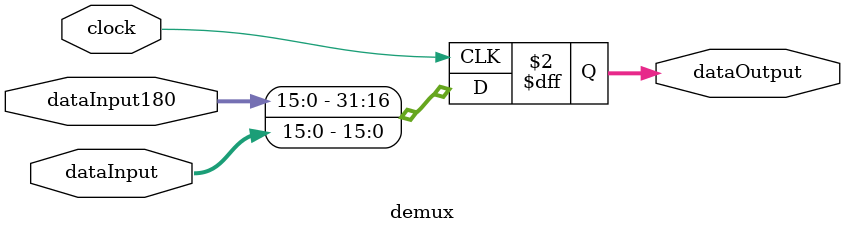
<source format=v>

module 	demux (
		input [15:0] dataInput,
		input [15:0] dataInput180,
		input clock,
		output reg [31:0] dataOutput
	);

/* original VHDL design
	output(15 downto 0) <= input;
	
	process (clock)
	begin
		if rising_edge(clock) then
			output(31 downto 16) <= input180;
		end if;
	end process;
*/

//	assign dataOutput = {dataInput180, dataInput};

	always @(posedge clock)
	begin
		dataOutput <= {dataInput180, dataInput};
	end

endmodule

</source>
